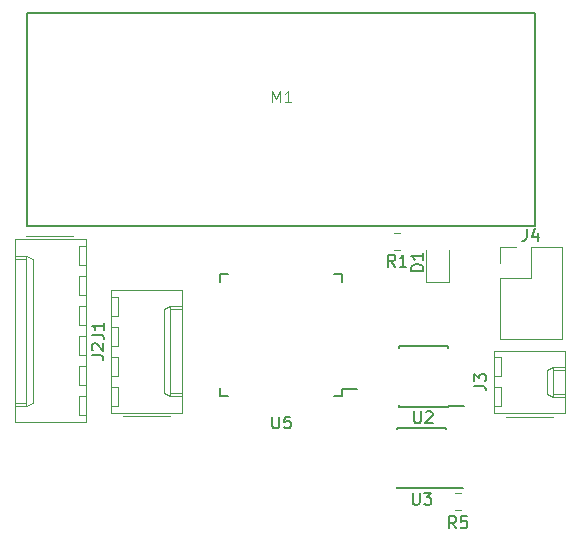
<source format=gbr>
G04 #@! TF.GenerationSoftware,KiCad,Pcbnew,5.0.1*
G04 #@! TF.CreationDate,2019-02-12T16:04:37-06:00*
G04 #@! TF.ProjectId,EFM,45464D2E6B696361645F706362000000,rev?*
G04 #@! TF.SameCoordinates,Original*
G04 #@! TF.FileFunction,Legend,Top*
G04 #@! TF.FilePolarity,Positive*
%FSLAX46Y46*%
G04 Gerber Fmt 4.6, Leading zero omitted, Abs format (unit mm)*
G04 Created by KiCad (PCBNEW 5.0.1) date Tue 12 Feb 2019 04:04:37 PM CST*
%MOMM*%
%LPD*%
G01*
G04 APERTURE LIST*
%ADD10C,0.120000*%
%ADD11C,0.127000*%
%ADD12C,0.150000*%
%ADD13C,0.050000*%
G04 APERTURE END LIST*
D10*
G04 #@! TO.C,D1*
X231840000Y-53337500D02*
X231840000Y-56022500D01*
X231840000Y-56022500D02*
X233760000Y-56022500D01*
X233760000Y-56022500D02*
X233760000Y-53337500D01*
G04 #@! TO.C,J1*
X203030000Y-52400000D02*
X197010000Y-52400000D01*
X197010000Y-52400000D02*
X197010000Y-67860000D01*
X197010000Y-67860000D02*
X203030000Y-67860000D01*
X203030000Y-67860000D02*
X203030000Y-52400000D01*
X202000000Y-52110000D02*
X198000000Y-52110000D01*
X197010000Y-53780000D02*
X198010000Y-53780000D01*
X198010000Y-53780000D02*
X198010000Y-66480000D01*
X198010000Y-66480000D02*
X197010000Y-66480000D01*
X198010000Y-53780000D02*
X198540000Y-54030000D01*
X198540000Y-54030000D02*
X198540000Y-66230000D01*
X198540000Y-66230000D02*
X198010000Y-66480000D01*
X197010000Y-54030000D02*
X198010000Y-54030000D01*
X197010000Y-66230000D02*
X198010000Y-66230000D01*
X203030000Y-52980000D02*
X202430000Y-52980000D01*
X202430000Y-52980000D02*
X202430000Y-54580000D01*
X202430000Y-54580000D02*
X203030000Y-54580000D01*
X203030000Y-55520000D02*
X202430000Y-55520000D01*
X202430000Y-55520000D02*
X202430000Y-57120000D01*
X202430000Y-57120000D02*
X203030000Y-57120000D01*
X203030000Y-58060000D02*
X202430000Y-58060000D01*
X202430000Y-58060000D02*
X202430000Y-59660000D01*
X202430000Y-59660000D02*
X203030000Y-59660000D01*
X203030000Y-60600000D02*
X202430000Y-60600000D01*
X202430000Y-60600000D02*
X202430000Y-62200000D01*
X202430000Y-62200000D02*
X203030000Y-62200000D01*
X203030000Y-63140000D02*
X202430000Y-63140000D01*
X202430000Y-63140000D02*
X202430000Y-64740000D01*
X202430000Y-64740000D02*
X203030000Y-64740000D01*
X203030000Y-65680000D02*
X202430000Y-65680000D01*
X202430000Y-65680000D02*
X202430000Y-67280000D01*
X202430000Y-67280000D02*
X203030000Y-67280000D01*
G04 #@! TO.C,J2*
X205170000Y-67060000D02*
X211190000Y-67060000D01*
X211190000Y-67060000D02*
X211190000Y-56680000D01*
X211190000Y-56680000D02*
X205170000Y-56680000D01*
X205170000Y-56680000D02*
X205170000Y-67060000D01*
X206200000Y-67350000D02*
X210200000Y-67350000D01*
X211190000Y-65680000D02*
X210190000Y-65680000D01*
X210190000Y-65680000D02*
X210190000Y-58060000D01*
X210190000Y-58060000D02*
X211190000Y-58060000D01*
X210190000Y-65680000D02*
X209660000Y-65430000D01*
X209660000Y-65430000D02*
X209660000Y-58310000D01*
X209660000Y-58310000D02*
X210190000Y-58060000D01*
X211190000Y-65430000D02*
X210190000Y-65430000D01*
X211190000Y-58310000D02*
X210190000Y-58310000D01*
X205170000Y-66480000D02*
X205770000Y-66480000D01*
X205770000Y-66480000D02*
X205770000Y-64880000D01*
X205770000Y-64880000D02*
X205170000Y-64880000D01*
X205170000Y-63940000D02*
X205770000Y-63940000D01*
X205770000Y-63940000D02*
X205770000Y-62340000D01*
X205770000Y-62340000D02*
X205170000Y-62340000D01*
X205170000Y-61400000D02*
X205770000Y-61400000D01*
X205770000Y-61400000D02*
X205770000Y-59800000D01*
X205770000Y-59800000D02*
X205170000Y-59800000D01*
X205170000Y-58860000D02*
X205770000Y-58860000D01*
X205770000Y-58860000D02*
X205770000Y-57260000D01*
X205770000Y-57260000D02*
X205170000Y-57260000D01*
G04 #@! TO.C,J3*
X237570000Y-67120000D02*
X243590000Y-67120000D01*
X243590000Y-67120000D02*
X243590000Y-61820000D01*
X243590000Y-61820000D02*
X237570000Y-61820000D01*
X237570000Y-61820000D02*
X237570000Y-67120000D01*
X238600000Y-67410000D02*
X242600000Y-67410000D01*
X243590000Y-65740000D02*
X242590000Y-65740000D01*
X242590000Y-65740000D02*
X242590000Y-63200000D01*
X242590000Y-63200000D02*
X243590000Y-63200000D01*
X242590000Y-65740000D02*
X242060000Y-65490000D01*
X242060000Y-65490000D02*
X242060000Y-63450000D01*
X242060000Y-63450000D02*
X242590000Y-63200000D01*
X243590000Y-65490000D02*
X242590000Y-65490000D01*
X243590000Y-63450000D02*
X242590000Y-63450000D01*
X237570000Y-66540000D02*
X238170000Y-66540000D01*
X238170000Y-66540000D02*
X238170000Y-64940000D01*
X238170000Y-64940000D02*
X237570000Y-64940000D01*
X237570000Y-64000000D02*
X238170000Y-64000000D01*
X238170000Y-64000000D02*
X238170000Y-62400000D01*
X238170000Y-62400000D02*
X237570000Y-62400000D01*
D11*
G04 #@! TO.C,M1*
X198098100Y-33245700D02*
X198098100Y-51254300D01*
X198098100Y-33245700D02*
X241100300Y-33245700D01*
X241100300Y-33245700D02*
X241100300Y-51254300D01*
X198098100Y-51254300D02*
X241100300Y-51254300D01*
D10*
G04 #@! TO.C,R1*
X229661252Y-53310000D02*
X229138748Y-53310000D01*
X229661252Y-51890000D02*
X229138748Y-51890000D01*
G04 #@! TO.C,R5*
X234313748Y-73890000D02*
X234836252Y-73890000D01*
X234313748Y-75310000D02*
X234836252Y-75310000D01*
D12*
G04 #@! TO.C,U2*
X233675000Y-66575000D02*
X233675000Y-66525000D01*
X229525000Y-66575000D02*
X229525000Y-66430000D01*
X229525000Y-61425000D02*
X229525000Y-61570000D01*
X233675000Y-61425000D02*
X233675000Y-61570000D01*
X233675000Y-66575000D02*
X229525000Y-66575000D01*
X233675000Y-61425000D02*
X229525000Y-61425000D01*
X233675000Y-66525000D02*
X235075000Y-66525000D01*
G04 #@! TO.C,U3*
X233575000Y-73430000D02*
X234975000Y-73430000D01*
X233575000Y-68330000D02*
X229425000Y-68330000D01*
X233575000Y-73480000D02*
X229425000Y-73480000D01*
X233575000Y-68330000D02*
X233575000Y-68475000D01*
X229425000Y-68330000D02*
X229425000Y-68475000D01*
X229425000Y-73480000D02*
X229425000Y-73335000D01*
X233575000Y-73480000D02*
X233575000Y-73430000D01*
G04 #@! TO.C,U5*
X224775000Y-65675000D02*
X224775000Y-65100000D01*
X214425000Y-65675000D02*
X214425000Y-65000000D01*
X214425000Y-55325000D02*
X214425000Y-56000000D01*
X224775000Y-55325000D02*
X224775000Y-56000000D01*
X224775000Y-65675000D02*
X224100000Y-65675000D01*
X224775000Y-55325000D02*
X224100000Y-55325000D01*
X214425000Y-55325000D02*
X215100000Y-55325000D01*
X214425000Y-65675000D02*
X215100000Y-65675000D01*
X224775000Y-65100000D02*
X226050000Y-65100000D01*
D10*
G04 #@! TO.C,J4*
X238130000Y-60810000D02*
X243330000Y-60810000D01*
X238130000Y-55670000D02*
X238130000Y-60810000D01*
X243330000Y-53070000D02*
X243330000Y-60810000D01*
X238130000Y-55670000D02*
X240730000Y-55670000D01*
X240730000Y-55670000D02*
X240730000Y-53070000D01*
X240730000Y-53070000D02*
X243330000Y-53070000D01*
X238130000Y-54400000D02*
X238130000Y-53070000D01*
X238130000Y-53070000D02*
X239460000Y-53070000D01*
G04 #@! TO.C,D1*
D12*
X231602380Y-55075595D02*
X230602380Y-55075595D01*
X230602380Y-54837500D01*
X230650000Y-54694642D01*
X230745238Y-54599404D01*
X230840476Y-54551785D01*
X231030952Y-54504166D01*
X231173809Y-54504166D01*
X231364285Y-54551785D01*
X231459523Y-54599404D01*
X231554761Y-54694642D01*
X231602380Y-54837500D01*
X231602380Y-55075595D01*
X231602380Y-53551785D02*
X231602380Y-54123214D01*
X231602380Y-53837500D02*
X230602380Y-53837500D01*
X230745238Y-53932738D01*
X230840476Y-54027976D01*
X230888095Y-54123214D01*
G04 #@! TO.C,J1*
X203572380Y-60463333D02*
X204286666Y-60463333D01*
X204429523Y-60510952D01*
X204524761Y-60606190D01*
X204572380Y-60749047D01*
X204572380Y-60844285D01*
X204572380Y-59463333D02*
X204572380Y-60034761D01*
X204572380Y-59749047D02*
X203572380Y-59749047D01*
X203715238Y-59844285D01*
X203810476Y-59939523D01*
X203858095Y-60034761D01*
G04 #@! TO.C,J2*
X203532380Y-62203333D02*
X204246666Y-62203333D01*
X204389523Y-62250952D01*
X204484761Y-62346190D01*
X204532380Y-62489047D01*
X204532380Y-62584285D01*
X203627619Y-61774761D02*
X203580000Y-61727142D01*
X203532380Y-61631904D01*
X203532380Y-61393809D01*
X203580000Y-61298571D01*
X203627619Y-61250952D01*
X203722857Y-61203333D01*
X203818095Y-61203333D01*
X203960952Y-61250952D01*
X204532380Y-61822380D01*
X204532380Y-61203333D01*
G04 #@! TO.C,J3*
X235932380Y-64803333D02*
X236646666Y-64803333D01*
X236789523Y-64850952D01*
X236884761Y-64946190D01*
X236932380Y-65089047D01*
X236932380Y-65184285D01*
X235932380Y-64422380D02*
X235932380Y-63803333D01*
X236313333Y-64136666D01*
X236313333Y-63993809D01*
X236360952Y-63898571D01*
X236408571Y-63850952D01*
X236503809Y-63803333D01*
X236741904Y-63803333D01*
X236837142Y-63850952D01*
X236884761Y-63898571D01*
X236932380Y-63993809D01*
X236932380Y-64279523D01*
X236884761Y-64374761D01*
X236837142Y-64422380D01*
G04 #@! TO.C,M1*
D13*
X218789676Y-40797380D02*
X218789676Y-39797380D01*
X219123009Y-40511666D01*
X219456342Y-39797380D01*
X219456342Y-40797380D01*
X220456342Y-40797380D02*
X219884914Y-40797380D01*
X220170628Y-40797380D02*
X220170628Y-39797380D01*
X220075390Y-39940238D01*
X219980152Y-40035476D01*
X219884914Y-40083095D01*
G04 #@! TO.C,R1*
D12*
X229233333Y-54702380D02*
X228900000Y-54226190D01*
X228661904Y-54702380D02*
X228661904Y-53702380D01*
X229042857Y-53702380D01*
X229138095Y-53750000D01*
X229185714Y-53797619D01*
X229233333Y-53892857D01*
X229233333Y-54035714D01*
X229185714Y-54130952D01*
X229138095Y-54178571D01*
X229042857Y-54226190D01*
X228661904Y-54226190D01*
X230185714Y-54702380D02*
X229614285Y-54702380D01*
X229900000Y-54702380D02*
X229900000Y-53702380D01*
X229804761Y-53845238D01*
X229709523Y-53940476D01*
X229614285Y-53988095D01*
G04 #@! TO.C,R5*
X234408333Y-76852380D02*
X234075000Y-76376190D01*
X233836904Y-76852380D02*
X233836904Y-75852380D01*
X234217857Y-75852380D01*
X234313095Y-75900000D01*
X234360714Y-75947619D01*
X234408333Y-76042857D01*
X234408333Y-76185714D01*
X234360714Y-76280952D01*
X234313095Y-76328571D01*
X234217857Y-76376190D01*
X233836904Y-76376190D01*
X235313095Y-75852380D02*
X234836904Y-75852380D01*
X234789285Y-76328571D01*
X234836904Y-76280952D01*
X234932142Y-76233333D01*
X235170238Y-76233333D01*
X235265476Y-76280952D01*
X235313095Y-76328571D01*
X235360714Y-76423809D01*
X235360714Y-76661904D01*
X235313095Y-76757142D01*
X235265476Y-76804761D01*
X235170238Y-76852380D01*
X234932142Y-76852380D01*
X234836904Y-76804761D01*
X234789285Y-76757142D01*
G04 #@! TO.C,U2*
X230838095Y-66952380D02*
X230838095Y-67761904D01*
X230885714Y-67857142D01*
X230933333Y-67904761D01*
X231028571Y-67952380D01*
X231219047Y-67952380D01*
X231314285Y-67904761D01*
X231361904Y-67857142D01*
X231409523Y-67761904D01*
X231409523Y-66952380D01*
X231838095Y-67047619D02*
X231885714Y-67000000D01*
X231980952Y-66952380D01*
X232219047Y-66952380D01*
X232314285Y-67000000D01*
X232361904Y-67047619D01*
X232409523Y-67142857D01*
X232409523Y-67238095D01*
X232361904Y-67380952D01*
X231790476Y-67952380D01*
X232409523Y-67952380D01*
G04 #@! TO.C,U3*
X230738095Y-73857380D02*
X230738095Y-74666904D01*
X230785714Y-74762142D01*
X230833333Y-74809761D01*
X230928571Y-74857380D01*
X231119047Y-74857380D01*
X231214285Y-74809761D01*
X231261904Y-74762142D01*
X231309523Y-74666904D01*
X231309523Y-73857380D01*
X231690476Y-73857380D02*
X232309523Y-73857380D01*
X231976190Y-74238333D01*
X232119047Y-74238333D01*
X232214285Y-74285952D01*
X232261904Y-74333571D01*
X232309523Y-74428809D01*
X232309523Y-74666904D01*
X232261904Y-74762142D01*
X232214285Y-74809761D01*
X232119047Y-74857380D01*
X231833333Y-74857380D01*
X231738095Y-74809761D01*
X231690476Y-74762142D01*
G04 #@! TO.C,U5*
X218838095Y-67402380D02*
X218838095Y-68211904D01*
X218885714Y-68307142D01*
X218933333Y-68354761D01*
X219028571Y-68402380D01*
X219219047Y-68402380D01*
X219314285Y-68354761D01*
X219361904Y-68307142D01*
X219409523Y-68211904D01*
X219409523Y-67402380D01*
X220361904Y-67402380D02*
X219885714Y-67402380D01*
X219838095Y-67878571D01*
X219885714Y-67830952D01*
X219980952Y-67783333D01*
X220219047Y-67783333D01*
X220314285Y-67830952D01*
X220361904Y-67878571D01*
X220409523Y-67973809D01*
X220409523Y-68211904D01*
X220361904Y-68307142D01*
X220314285Y-68354761D01*
X220219047Y-68402380D01*
X219980952Y-68402380D01*
X219885714Y-68354761D01*
X219838095Y-68307142D01*
G04 #@! TO.C,J4*
X240396666Y-51522380D02*
X240396666Y-52236666D01*
X240349047Y-52379523D01*
X240253809Y-52474761D01*
X240110952Y-52522380D01*
X240015714Y-52522380D01*
X241301428Y-51855714D02*
X241301428Y-52522380D01*
X241063333Y-51474761D02*
X240825238Y-52189047D01*
X241444285Y-52189047D01*
G04 #@! TD*
M02*

</source>
